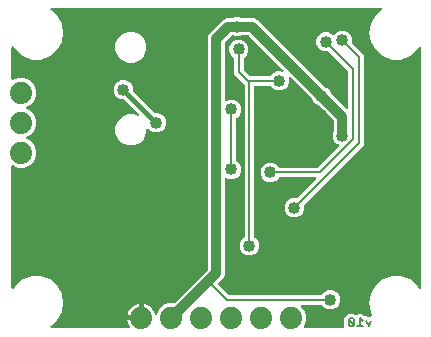
<source format=gbr>
G04 EAGLE Gerber RS-274X export*
G75*
%MOMM*%
%FSLAX34Y34*%
%LPD*%
%INBottom Copper*%
%IPPOS*%
%AMOC8*
5,1,8,0,0,1.08239X$1,22.5*%
G01*
%ADD10C,0.152400*%
%ADD11C,1.879600*%
%ADD12C,1.016000*%
%ADD13C,0.203200*%
%ADD14C,0.406400*%
%ADD15C,0.812800*%

G36*
X103731Y4332D02*
X103731Y4332D01*
X103823Y4335D01*
X103871Y4351D01*
X103921Y4359D01*
X104005Y4396D01*
X104093Y4425D01*
X104134Y4454D01*
X104181Y4475D01*
X104251Y4534D01*
X104327Y4586D01*
X104359Y4626D01*
X104398Y4658D01*
X104449Y4735D01*
X104507Y4806D01*
X104527Y4853D01*
X104555Y4895D01*
X104583Y4983D01*
X104619Y5067D01*
X104626Y5118D01*
X104641Y5166D01*
X104643Y5258D01*
X104655Y5349D01*
X104647Y5400D01*
X104648Y5450D01*
X104625Y5539D01*
X104611Y5630D01*
X104591Y5670D01*
X104576Y5725D01*
X104496Y5862D01*
X104461Y5931D01*
X104089Y6443D01*
X103236Y8117D01*
X102655Y9904D01*
X102534Y10669D01*
X113284Y10669D01*
X113342Y10677D01*
X113400Y10675D01*
X113482Y10697D01*
X113565Y10709D01*
X113619Y10733D01*
X113675Y10747D01*
X113748Y10790D01*
X113825Y10825D01*
X113869Y10863D01*
X113920Y10893D01*
X113977Y10954D01*
X114042Y11009D01*
X114074Y11057D01*
X114114Y11100D01*
X114153Y11175D01*
X114199Y11245D01*
X114217Y11301D01*
X114244Y11353D01*
X114255Y11421D01*
X114285Y11516D01*
X114288Y11616D01*
X114299Y11684D01*
X114299Y12701D01*
X115316Y12701D01*
X115374Y12709D01*
X115432Y12708D01*
X115514Y12729D01*
X115597Y12741D01*
X115651Y12765D01*
X115707Y12779D01*
X115780Y12822D01*
X115857Y12857D01*
X115902Y12895D01*
X115952Y12925D01*
X116010Y12986D01*
X116074Y13041D01*
X116106Y13089D01*
X116146Y13132D01*
X116185Y13207D01*
X116231Y13277D01*
X116249Y13333D01*
X116276Y13385D01*
X116287Y13453D01*
X116317Y13548D01*
X116320Y13648D01*
X116331Y13716D01*
X116331Y24466D01*
X117096Y24345D01*
X118883Y23764D01*
X120557Y22911D01*
X122078Y21806D01*
X123406Y20478D01*
X124511Y18957D01*
X125364Y17283D01*
X125728Y16163D01*
X125743Y16133D01*
X125749Y16110D01*
X125763Y16086D01*
X125779Y16035D01*
X125820Y15974D01*
X125853Y15908D01*
X125899Y15857D01*
X125938Y15799D01*
X125994Y15752D01*
X126043Y15697D01*
X126102Y15661D01*
X126155Y15616D01*
X126222Y15586D01*
X126285Y15547D01*
X126352Y15529D01*
X126415Y15501D01*
X126488Y15491D01*
X126559Y15471D01*
X126628Y15471D01*
X126697Y15462D01*
X126769Y15472D01*
X126843Y15473D01*
X126910Y15493D01*
X126978Y15502D01*
X127045Y15533D01*
X127116Y15554D01*
X127174Y15591D01*
X127237Y15620D01*
X127293Y15667D01*
X127355Y15707D01*
X127401Y15759D01*
X127453Y15804D01*
X127486Y15857D01*
X127543Y15921D01*
X127586Y16013D01*
X127619Y16063D01*
X127623Y16075D01*
X127631Y16089D01*
X129148Y19751D01*
X132649Y23252D01*
X137224Y25147D01*
X141667Y25147D01*
X141754Y25159D01*
X141841Y25162D01*
X141894Y25179D01*
X141949Y25187D01*
X142029Y25222D01*
X142112Y25249D01*
X142151Y25277D01*
X142208Y25303D01*
X142321Y25399D01*
X142385Y25444D01*
X170390Y53449D01*
X170442Y53519D01*
X170502Y53583D01*
X170528Y53632D01*
X170561Y53676D01*
X170592Y53758D01*
X170632Y53836D01*
X170640Y53883D01*
X170662Y53942D01*
X170674Y54089D01*
X170687Y54167D01*
X170687Y250335D01*
X171770Y252949D01*
X173914Y255093D01*
X181787Y262966D01*
X183931Y265110D01*
X186545Y266193D01*
X191308Y266193D01*
X191339Y266197D01*
X191370Y266195D01*
X191446Y266212D01*
X191590Y266233D01*
X191649Y266259D01*
X191697Y266270D01*
X193963Y267209D01*
X197197Y267209D01*
X199463Y266270D01*
X199493Y266262D01*
X199521Y266248D01*
X199598Y266235D01*
X199738Y266199D01*
X199803Y266201D01*
X199852Y266193D01*
X209695Y266193D01*
X212309Y265110D01*
X214453Y262966D01*
X268709Y208710D01*
X268734Y208691D01*
X268754Y208668D01*
X268820Y208626D01*
X268936Y208539D01*
X268996Y208516D01*
X269038Y208490D01*
X271305Y207551D01*
X273591Y205265D01*
X274530Y202998D01*
X274546Y202972D01*
X274555Y202942D01*
X274601Y202878D01*
X274674Y202753D01*
X274721Y202709D01*
X274750Y202669D01*
X287572Y189847D01*
X287596Y189829D01*
X287615Y189807D01*
X287709Y189744D01*
X287799Y189676D01*
X287827Y189665D01*
X287851Y189649D01*
X287959Y189615D01*
X288065Y189575D01*
X288094Y189572D01*
X288122Y189563D01*
X288236Y189560D01*
X288348Y189551D01*
X288377Y189557D01*
X288406Y189556D01*
X288516Y189585D01*
X288627Y189607D01*
X288653Y189621D01*
X288681Y189628D01*
X288779Y189686D01*
X288879Y189738D01*
X288901Y189758D01*
X288926Y189773D01*
X289003Y189856D01*
X289085Y189934D01*
X289100Y189959D01*
X289120Y189980D01*
X289172Y190081D01*
X289229Y190179D01*
X289236Y190207D01*
X289250Y190234D01*
X289263Y190311D01*
X289299Y190455D01*
X289297Y190517D01*
X289305Y190565D01*
X289305Y221416D01*
X289293Y221502D01*
X289290Y221590D01*
X289273Y221642D01*
X289265Y221697D01*
X289230Y221777D01*
X289203Y221860D01*
X289175Y221900D01*
X289149Y221957D01*
X289053Y222070D01*
X289008Y222134D01*
X273146Y237995D01*
X273145Y237996D01*
X273144Y237997D01*
X273026Y238086D01*
X272919Y238166D01*
X272918Y238167D01*
X272916Y238168D01*
X272783Y238218D01*
X272654Y238267D01*
X272652Y238267D01*
X272650Y238268D01*
X272512Y238279D01*
X272370Y238291D01*
X272369Y238291D01*
X272367Y238291D01*
X272352Y238287D01*
X272173Y238251D01*
X268893Y238251D01*
X265905Y239489D01*
X263619Y241775D01*
X262381Y244763D01*
X262381Y247997D01*
X263619Y250985D01*
X265905Y253271D01*
X268893Y254509D01*
X272127Y254509D01*
X275115Y253271D01*
X276142Y252244D01*
X276189Y252209D01*
X276229Y252166D01*
X276302Y252123D01*
X276369Y252073D01*
X276424Y252052D01*
X276474Y252022D01*
X276556Y252002D01*
X276635Y251972D01*
X276693Y251967D01*
X276750Y251952D01*
X276834Y251955D01*
X276918Y251948D01*
X276976Y251959D01*
X277034Y251961D01*
X277114Y251987D01*
X277197Y252004D01*
X277249Y252031D01*
X277305Y252049D01*
X277361Y252089D01*
X277449Y252135D01*
X277522Y252204D01*
X277578Y252244D01*
X279875Y254541D01*
X282863Y255779D01*
X286097Y255779D01*
X289085Y254541D01*
X291371Y252255D01*
X292609Y249267D01*
X292609Y245980D01*
X292574Y245845D01*
X292574Y245843D01*
X292573Y245842D01*
X292578Y245698D01*
X292582Y245561D01*
X292582Y245559D01*
X292582Y245557D01*
X292626Y245423D01*
X292669Y245290D01*
X292669Y245288D01*
X292670Y245287D01*
X292679Y245275D01*
X292827Y245054D01*
X292850Y245034D01*
X292865Y245014D01*
X302515Y235364D01*
X302515Y158971D01*
X252225Y108681D01*
X252224Y108680D01*
X252223Y108679D01*
X252134Y108561D01*
X252054Y108454D01*
X252053Y108453D01*
X252052Y108451D01*
X252000Y108313D01*
X251953Y108189D01*
X251953Y108187D01*
X251952Y108185D01*
X251941Y108047D01*
X251929Y107905D01*
X251929Y107904D01*
X251929Y107902D01*
X251933Y107887D01*
X251969Y107708D01*
X251969Y104428D01*
X250731Y101440D01*
X248445Y99154D01*
X245457Y97916D01*
X242223Y97916D01*
X239235Y99154D01*
X236949Y101440D01*
X235711Y104428D01*
X235711Y107662D01*
X236949Y110650D01*
X239235Y112936D01*
X242223Y114174D01*
X245510Y114174D01*
X245645Y114139D01*
X245647Y114139D01*
X245648Y114138D01*
X245789Y114143D01*
X245929Y114147D01*
X245931Y114147D01*
X245933Y114147D01*
X246067Y114191D01*
X246200Y114234D01*
X246202Y114234D01*
X246203Y114235D01*
X246216Y114244D01*
X246436Y114392D01*
X246456Y114415D01*
X246476Y114430D01*
X262139Y130092D01*
X262156Y130116D01*
X262179Y130135D01*
X262242Y130229D01*
X262310Y130319D01*
X262320Y130347D01*
X262336Y130371D01*
X262371Y130479D01*
X262411Y130585D01*
X262413Y130614D01*
X262422Y130642D01*
X262425Y130756D01*
X262434Y130868D01*
X262429Y130897D01*
X262429Y130926D01*
X262401Y131036D01*
X262379Y131147D01*
X262365Y131173D01*
X262358Y131201D01*
X262300Y131299D01*
X262248Y131399D01*
X262227Y131421D01*
X262212Y131446D01*
X262130Y131523D01*
X262052Y131605D01*
X262026Y131620D01*
X262005Y131640D01*
X261904Y131692D01*
X261806Y131749D01*
X261778Y131756D01*
X261752Y131770D01*
X261675Y131783D01*
X261531Y131819D01*
X261468Y131817D01*
X261421Y131825D01*
X231313Y131825D01*
X231312Y131825D01*
X231310Y131825D01*
X231171Y131805D01*
X231032Y131785D01*
X231030Y131785D01*
X231029Y131785D01*
X230902Y131727D01*
X230772Y131669D01*
X230771Y131668D01*
X230770Y131667D01*
X230661Y131575D01*
X230555Y131486D01*
X230554Y131484D01*
X230553Y131483D01*
X230545Y131470D01*
X230443Y131318D01*
X228125Y128999D01*
X225137Y127761D01*
X221903Y127761D01*
X218915Y128999D01*
X216629Y131285D01*
X215391Y134273D01*
X215391Y137507D01*
X216629Y140495D01*
X218915Y142781D01*
X221903Y144019D01*
X225137Y144019D01*
X228125Y142781D01*
X230448Y140457D01*
X230520Y140337D01*
X230521Y140336D01*
X230522Y140334D01*
X230624Y140239D01*
X230726Y140142D01*
X230728Y140141D01*
X230729Y140140D01*
X230854Y140076D01*
X230979Y140011D01*
X230981Y140011D01*
X230982Y140010D01*
X230997Y140008D01*
X231258Y139956D01*
X231289Y139959D01*
X231313Y139955D01*
X263326Y139955D01*
X263412Y139967D01*
X263500Y139970D01*
X263553Y139987D01*
X263607Y139995D01*
X263687Y140030D01*
X263770Y140057D01*
X263810Y140085D01*
X263867Y140111D01*
X263980Y140207D01*
X264044Y140252D01*
X281651Y157859D01*
X281720Y157951D01*
X281794Y158039D01*
X281805Y158064D01*
X281822Y158086D01*
X281862Y158194D01*
X281909Y158299D01*
X281913Y158326D01*
X281923Y158352D01*
X281932Y158466D01*
X281948Y158580D01*
X281944Y158608D01*
X281946Y158635D01*
X281924Y158748D01*
X281907Y158861D01*
X281896Y158887D01*
X281890Y158914D01*
X281838Y159016D01*
X281790Y159121D01*
X281772Y159142D01*
X281759Y159166D01*
X281680Y159250D01*
X281606Y159337D01*
X281585Y159350D01*
X281564Y159372D01*
X281334Y159507D01*
X281321Y159515D01*
X279875Y160114D01*
X277589Y162400D01*
X276351Y165388D01*
X276351Y168622D01*
X277290Y170888D01*
X277298Y170918D01*
X277312Y170946D01*
X277325Y171023D01*
X277361Y171163D01*
X277359Y171228D01*
X277367Y171277D01*
X277367Y179513D01*
X277355Y179600D01*
X277352Y179687D01*
X277335Y179740D01*
X277327Y179795D01*
X277292Y179875D01*
X277265Y179958D01*
X277237Y179997D01*
X277211Y180054D01*
X277115Y180167D01*
X277070Y180231D01*
X264691Y192610D01*
X264666Y192629D01*
X264646Y192652D01*
X264580Y192694D01*
X264464Y192781D01*
X264404Y192804D01*
X264362Y192830D01*
X262095Y193769D01*
X259809Y196055D01*
X258870Y198322D01*
X258854Y198348D01*
X258845Y198378D01*
X258799Y198442D01*
X258726Y198567D01*
X258679Y198611D01*
X258650Y198651D01*
X240717Y216584D01*
X240649Y216635D01*
X240586Y216694D01*
X240536Y216721D01*
X240490Y216755D01*
X240410Y216785D01*
X240333Y216825D01*
X240278Y216836D01*
X240224Y216856D01*
X240139Y216863D01*
X240054Y216880D01*
X239998Y216875D01*
X239941Y216880D01*
X239857Y216863D01*
X239771Y216855D01*
X239718Y216835D01*
X239662Y216824D01*
X239586Y216784D01*
X239506Y216753D01*
X239460Y216719D01*
X239410Y216693D01*
X239348Y216634D01*
X239279Y216582D01*
X239245Y216536D01*
X239204Y216497D01*
X239160Y216423D01*
X239109Y216354D01*
X239089Y216301D01*
X239060Y216252D01*
X239039Y216168D01*
X239009Y216088D01*
X239004Y216031D01*
X238990Y215976D01*
X238993Y215890D01*
X238986Y215805D01*
X238997Y215756D01*
X238999Y215692D01*
X239044Y215554D01*
X239061Y215477D01*
X239269Y214977D01*
X239269Y211743D01*
X238031Y208755D01*
X235745Y206469D01*
X232757Y205231D01*
X229523Y205231D01*
X226535Y206469D01*
X224212Y208793D01*
X224140Y208913D01*
X224139Y208914D01*
X224138Y208916D01*
X224036Y209011D01*
X223934Y209108D01*
X223932Y209109D01*
X223931Y209110D01*
X223806Y209174D01*
X223681Y209239D01*
X223679Y209239D01*
X223678Y209240D01*
X223663Y209242D01*
X223402Y209294D01*
X223371Y209291D01*
X223347Y209295D01*
X210820Y209295D01*
X210762Y209287D01*
X210704Y209289D01*
X210622Y209267D01*
X210538Y209255D01*
X210485Y209232D01*
X210429Y209217D01*
X210356Y209174D01*
X210279Y209139D01*
X210234Y209101D01*
X210184Y209072D01*
X210126Y209010D01*
X210062Y208956D01*
X210030Y208907D01*
X209990Y208864D01*
X209951Y208789D01*
X209904Y208719D01*
X209887Y208663D01*
X209860Y208611D01*
X209849Y208543D01*
X209819Y208448D01*
X209816Y208348D01*
X209805Y208280D01*
X209805Y81453D01*
X209805Y81452D01*
X209805Y81450D01*
X209812Y81397D01*
X209811Y81361D01*
X209825Y81309D01*
X209845Y81172D01*
X209845Y81170D01*
X209845Y81169D01*
X209904Y81039D01*
X209961Y80912D01*
X209962Y80911D01*
X209963Y80910D01*
X210055Y80801D01*
X210144Y80695D01*
X210146Y80694D01*
X210147Y80693D01*
X210160Y80685D01*
X210312Y80583D01*
X212631Y78265D01*
X213869Y75277D01*
X213869Y72043D01*
X212631Y69055D01*
X210345Y66769D01*
X207357Y65531D01*
X204123Y65531D01*
X201135Y66769D01*
X198849Y69055D01*
X197611Y72043D01*
X197611Y75277D01*
X198849Y78265D01*
X201173Y80588D01*
X201293Y80660D01*
X201294Y80661D01*
X201296Y80662D01*
X201391Y80764D01*
X201488Y80866D01*
X201489Y80868D01*
X201490Y80869D01*
X201554Y80994D01*
X201619Y81119D01*
X201619Y81121D01*
X201620Y81122D01*
X201622Y81137D01*
X201648Y81269D01*
X201661Y81310D01*
X201662Y81339D01*
X201674Y81398D01*
X201671Y81429D01*
X201675Y81453D01*
X201675Y209986D01*
X201663Y210072D01*
X201660Y210160D01*
X201643Y210212D01*
X201635Y210267D01*
X201600Y210347D01*
X201573Y210430D01*
X201545Y210470D01*
X201519Y210527D01*
X201423Y210640D01*
X201378Y210704D01*
X192785Y219296D01*
X192785Y232237D01*
X192785Y232238D01*
X192785Y232240D01*
X192765Y232379D01*
X192745Y232518D01*
X192745Y232520D01*
X192745Y232521D01*
X192688Y232647D01*
X192629Y232778D01*
X192628Y232779D01*
X192627Y232780D01*
X192535Y232889D01*
X192446Y232995D01*
X192444Y232996D01*
X192443Y232997D01*
X192430Y233005D01*
X192278Y233107D01*
X189959Y235425D01*
X188721Y238413D01*
X188721Y241647D01*
X189959Y244635D01*
X192245Y246921D01*
X195233Y248159D01*
X198467Y248159D01*
X201455Y246921D01*
X203741Y244635D01*
X204979Y241647D01*
X204979Y238413D01*
X203741Y235425D01*
X201417Y233102D01*
X201297Y233030D01*
X201296Y233029D01*
X201294Y233028D01*
X201197Y232925D01*
X201102Y232824D01*
X201101Y232822D01*
X201100Y232821D01*
X201035Y232694D01*
X200971Y232571D01*
X200971Y232569D01*
X200970Y232568D01*
X200968Y232553D01*
X200916Y232292D01*
X200919Y232261D01*
X200915Y232237D01*
X200915Y223084D01*
X200927Y222998D01*
X200930Y222910D01*
X200947Y222858D01*
X200955Y222803D01*
X200990Y222723D01*
X201017Y222640D01*
X201045Y222600D01*
X201071Y222543D01*
X201167Y222430D01*
X201212Y222366D01*
X205856Y217722D01*
X205926Y217670D01*
X205990Y217610D01*
X206039Y217584D01*
X206084Y217551D01*
X206165Y217520D01*
X206243Y217480D01*
X206291Y217472D01*
X206349Y217450D01*
X206497Y217438D01*
X206574Y217425D01*
X223347Y217425D01*
X223348Y217425D01*
X223350Y217425D01*
X223489Y217445D01*
X223628Y217465D01*
X223630Y217465D01*
X223631Y217465D01*
X223758Y217523D01*
X223888Y217581D01*
X223889Y217582D01*
X223890Y217583D01*
X223999Y217675D01*
X224105Y217764D01*
X224106Y217766D01*
X224107Y217767D01*
X224115Y217780D01*
X224217Y217932D01*
X226535Y220251D01*
X229523Y221489D01*
X232757Y221489D01*
X233257Y221281D01*
X233341Y221260D01*
X233421Y221229D01*
X233478Y221225D01*
X233533Y221210D01*
X233619Y221213D01*
X233704Y221206D01*
X233760Y221217D01*
X233817Y221219D01*
X233899Y221245D01*
X233983Y221262D01*
X234033Y221288D01*
X234088Y221305D01*
X234159Y221353D01*
X234235Y221393D01*
X234276Y221432D01*
X234324Y221464D01*
X234379Y221529D01*
X234441Y221588D01*
X234470Y221638D01*
X234507Y221681D01*
X234542Y221760D01*
X234585Y221834D01*
X234599Y221889D01*
X234622Y221941D01*
X234634Y222026D01*
X234655Y222109D01*
X234653Y222166D01*
X234661Y222222D01*
X234649Y222308D01*
X234646Y222393D01*
X234629Y222447D01*
X234621Y222504D01*
X234585Y222582D01*
X234559Y222664D01*
X234530Y222704D01*
X234503Y222763D01*
X234409Y222873D01*
X234364Y222937D01*
X205631Y251670D01*
X205561Y251722D01*
X205497Y251782D01*
X205448Y251808D01*
X205404Y251841D01*
X205322Y251872D01*
X205244Y251912D01*
X205197Y251920D01*
X205138Y251942D01*
X204991Y251954D01*
X204913Y251967D01*
X199852Y251967D01*
X199821Y251963D01*
X199790Y251965D01*
X199714Y251948D01*
X199570Y251927D01*
X199511Y251901D01*
X199463Y251890D01*
X197197Y250951D01*
X193963Y250951D01*
X191710Y251885D01*
X191708Y251885D01*
X191707Y251886D01*
X191573Y251920D01*
X191435Y251956D01*
X191433Y251956D01*
X191431Y251956D01*
X191291Y251951D01*
X191150Y251947D01*
X191149Y251947D01*
X191147Y251947D01*
X191014Y251904D01*
X190880Y251861D01*
X190878Y251860D01*
X190877Y251859D01*
X190865Y251851D01*
X190643Y251702D01*
X190624Y251679D01*
X190603Y251665D01*
X185210Y246271D01*
X185158Y246201D01*
X185098Y246137D01*
X185072Y246088D01*
X185039Y246044D01*
X185008Y245962D01*
X184968Y245884D01*
X184960Y245837D01*
X184938Y245778D01*
X184926Y245631D01*
X184913Y245553D01*
X184913Y197234D01*
X184929Y197120D01*
X184939Y197005D01*
X184949Y196980D01*
X184953Y196952D01*
X185000Y196847D01*
X185041Y196740D01*
X185057Y196718D01*
X185069Y196693D01*
X185143Y196605D01*
X185212Y196513D01*
X185235Y196497D01*
X185252Y196476D01*
X185348Y196412D01*
X185440Y196343D01*
X185466Y196333D01*
X185489Y196318D01*
X185599Y196283D01*
X185706Y196243D01*
X185734Y196241D01*
X185760Y196232D01*
X185875Y196229D01*
X185989Y196220D01*
X186014Y196226D01*
X186044Y196225D01*
X186301Y196292D01*
X186317Y196296D01*
X188883Y197359D01*
X192117Y197359D01*
X195105Y196121D01*
X197391Y193835D01*
X198629Y190847D01*
X198629Y187613D01*
X197391Y184625D01*
X195067Y182302D01*
X194947Y182230D01*
X194946Y182229D01*
X194944Y182228D01*
X194849Y182126D01*
X194752Y182024D01*
X194751Y182022D01*
X194750Y182021D01*
X194686Y181896D01*
X194621Y181771D01*
X194621Y181769D01*
X194620Y181768D01*
X194618Y181753D01*
X194566Y181492D01*
X194569Y181461D01*
X194565Y181437D01*
X194565Y146223D01*
X194565Y146222D01*
X194565Y146220D01*
X194585Y146081D01*
X194605Y145942D01*
X194605Y145940D01*
X194605Y145939D01*
X194663Y145812D01*
X194721Y145682D01*
X194722Y145681D01*
X194723Y145680D01*
X194816Y145570D01*
X194904Y145465D01*
X194906Y145464D01*
X194907Y145463D01*
X194920Y145455D01*
X195072Y145353D01*
X197391Y143035D01*
X198629Y140047D01*
X198629Y136813D01*
X197391Y133825D01*
X195105Y131539D01*
X192117Y130301D01*
X188883Y130301D01*
X186317Y131364D01*
X186205Y131393D01*
X186096Y131428D01*
X186068Y131428D01*
X186041Y131435D01*
X185927Y131432D01*
X185812Y131435D01*
X185785Y131428D01*
X185757Y131427D01*
X185648Y131392D01*
X185537Y131363D01*
X185513Y131349D01*
X185486Y131341D01*
X185391Y131277D01*
X185292Y131218D01*
X185273Y131198D01*
X185250Y131182D01*
X185176Y131094D01*
X185098Y131011D01*
X185085Y130986D01*
X185067Y130965D01*
X185021Y130860D01*
X184968Y130757D01*
X184964Y130733D01*
X184952Y130705D01*
X184915Y130441D01*
X184913Y130426D01*
X184913Y49385D01*
X183830Y46771D01*
X179437Y42378D01*
X179401Y42331D01*
X179359Y42291D01*
X179316Y42218D01*
X179266Y42150D01*
X179245Y42096D01*
X179215Y42045D01*
X179194Y41964D01*
X179164Y41885D01*
X179160Y41826D01*
X179145Y41770D01*
X179148Y41686D01*
X179141Y41601D01*
X179152Y41544D01*
X179154Y41486D01*
X179180Y41405D01*
X179197Y41323D01*
X179224Y41271D01*
X179242Y41215D01*
X179282Y41159D01*
X179328Y41070D01*
X179396Y40998D01*
X179437Y40942D01*
X188076Y32302D01*
X188146Y32250D01*
X188210Y32190D01*
X188259Y32164D01*
X188304Y32131D01*
X188385Y32100D01*
X188463Y32060D01*
X188511Y32052D01*
X188569Y32030D01*
X188717Y32018D01*
X188794Y32005D01*
X266527Y32005D01*
X266528Y32005D01*
X266530Y32005D01*
X266669Y32025D01*
X266808Y32045D01*
X266810Y32045D01*
X266811Y32045D01*
X266938Y32103D01*
X267068Y32161D01*
X267069Y32162D01*
X267070Y32163D01*
X267179Y32255D01*
X267285Y32344D01*
X267286Y32346D01*
X267287Y32347D01*
X267295Y32360D01*
X267397Y32512D01*
X269715Y34831D01*
X272703Y36069D01*
X275937Y36069D01*
X278925Y34831D01*
X281211Y32545D01*
X282449Y29557D01*
X282449Y26323D01*
X281211Y23335D01*
X278925Y21049D01*
X275937Y19811D01*
X272703Y19811D01*
X269715Y21049D01*
X267392Y23373D01*
X267320Y23493D01*
X267319Y23494D01*
X267318Y23496D01*
X267218Y23590D01*
X267114Y23688D01*
X267112Y23689D01*
X267111Y23690D01*
X266986Y23754D01*
X266861Y23819D01*
X266859Y23819D01*
X266858Y23820D01*
X266843Y23822D01*
X266582Y23874D01*
X266551Y23871D01*
X266527Y23875D01*
X250178Y23875D01*
X250149Y23871D01*
X250120Y23874D01*
X250009Y23851D01*
X249897Y23835D01*
X249870Y23823D01*
X249841Y23818D01*
X249740Y23765D01*
X249637Y23719D01*
X249615Y23700D01*
X249589Y23687D01*
X249507Y23609D01*
X249420Y23536D01*
X249404Y23511D01*
X249383Y23491D01*
X249325Y23393D01*
X249263Y23299D01*
X249254Y23271D01*
X249239Y23246D01*
X249211Y23136D01*
X249177Y23028D01*
X249176Y22998D01*
X249169Y22970D01*
X249172Y22857D01*
X249170Y22744D01*
X249177Y22715D01*
X249178Y22686D01*
X249213Y22578D01*
X249241Y22469D01*
X249256Y22443D01*
X249265Y22415D01*
X249311Y22352D01*
X249387Y22224D01*
X249432Y22181D01*
X249460Y22142D01*
X251852Y19751D01*
X253747Y15176D01*
X253747Y10224D01*
X251882Y5723D01*
X251853Y5611D01*
X251819Y5502D01*
X251818Y5474D01*
X251811Y5447D01*
X251814Y5333D01*
X251811Y5218D01*
X251818Y5191D01*
X251819Y5163D01*
X251854Y5054D01*
X251883Y4943D01*
X251897Y4919D01*
X251906Y4892D01*
X251970Y4797D01*
X252029Y4698D01*
X252049Y4679D01*
X252064Y4656D01*
X252152Y4582D01*
X252236Y4504D01*
X252261Y4491D01*
X252282Y4473D01*
X252387Y4427D01*
X252489Y4374D01*
X252514Y4370D01*
X252542Y4358D01*
X252805Y4321D01*
X252820Y4319D01*
X284917Y4319D01*
X284975Y4327D01*
X285034Y4325D01*
X285115Y4347D01*
X285199Y4359D01*
X285252Y4382D01*
X285309Y4397D01*
X285381Y4440D01*
X285458Y4475D01*
X285503Y4513D01*
X285553Y4542D01*
X285611Y4604D01*
X285675Y4658D01*
X285708Y4707D01*
X285748Y4750D01*
X285786Y4825D01*
X285833Y4895D01*
X285850Y4951D01*
X285877Y5003D01*
X285888Y5071D01*
X285919Y5166D01*
X285921Y5266D01*
X285933Y5334D01*
X285933Y12675D01*
X288462Y15204D01*
X289266Y16008D01*
X294627Y16008D01*
X295521Y15113D01*
X295568Y15078D01*
X295608Y15036D01*
X295681Y14993D01*
X295749Y14943D01*
X295803Y14922D01*
X295854Y14892D01*
X295935Y14871D01*
X296014Y14841D01*
X296073Y14836D01*
X296129Y14822D01*
X296214Y14825D01*
X296298Y14818D01*
X296355Y14829D01*
X296413Y14831D01*
X296494Y14857D01*
X296576Y14874D01*
X296628Y14901D01*
X296684Y14919D01*
X296740Y14959D01*
X296829Y15005D01*
X296901Y15073D01*
X296957Y15113D01*
X297194Y15350D01*
X297852Y16008D01*
X301009Y16008D01*
X302895Y14123D01*
X302925Y14100D01*
X302950Y14072D01*
X303038Y14015D01*
X303122Y13952D01*
X303157Y13938D01*
X303189Y13918D01*
X303289Y13888D01*
X303388Y13851D01*
X303425Y13847D01*
X303462Y13837D01*
X303567Y13836D01*
X303671Y13827D01*
X303708Y13834D01*
X303746Y13834D01*
X303821Y13857D01*
X303950Y13883D01*
X304014Y13916D01*
X304067Y13932D01*
X304419Y14109D01*
X306594Y13384D01*
X306609Y13381D01*
X306623Y13375D01*
X306749Y13355D01*
X306873Y13333D01*
X306889Y13334D01*
X306904Y13332D01*
X306972Y13342D01*
X307156Y13361D01*
X307199Y13378D01*
X307236Y13384D01*
X309240Y14052D01*
X309257Y14060D01*
X309275Y14064D01*
X309384Y14123D01*
X309495Y14179D01*
X309508Y14191D01*
X309524Y14200D01*
X309613Y14287D01*
X309704Y14371D01*
X309714Y14387D01*
X309727Y14400D01*
X309788Y14508D01*
X309852Y14614D01*
X309857Y14632D01*
X309866Y14648D01*
X309894Y14769D01*
X309927Y14888D01*
X309926Y14907D01*
X309931Y14924D01*
X309924Y15049D01*
X309922Y15173D01*
X309917Y15190D01*
X309916Y15208D01*
X309891Y15276D01*
X309839Y15445D01*
X309812Y15486D01*
X309799Y15523D01*
X308629Y17549D01*
X307245Y25400D01*
X308629Y33251D01*
X312615Y40155D01*
X318722Y45280D01*
X326214Y48007D01*
X334186Y48007D01*
X341678Y45280D01*
X347785Y40156D01*
X349387Y37381D01*
X349399Y37365D01*
X349407Y37348D01*
X349486Y37254D01*
X349562Y37157D01*
X349578Y37146D01*
X349591Y37131D01*
X349693Y37062D01*
X349792Y36991D01*
X349811Y36984D01*
X349827Y36973D01*
X349945Y36936D01*
X350060Y36894D01*
X350080Y36893D01*
X350098Y36887D01*
X350221Y36884D01*
X350344Y36876D01*
X350363Y36880D01*
X350382Y36880D01*
X350501Y36911D01*
X350621Y36937D01*
X350639Y36947D01*
X350657Y36952D01*
X350763Y37014D01*
X350871Y37073D01*
X350885Y37087D01*
X350902Y37097D01*
X350986Y37187D01*
X351073Y37273D01*
X351083Y37290D01*
X351096Y37304D01*
X351152Y37414D01*
X351212Y37521D01*
X351217Y37540D01*
X351226Y37557D01*
X351238Y37630D01*
X351277Y37798D01*
X351275Y37849D01*
X351281Y37889D01*
X351281Y241511D01*
X351279Y241531D01*
X351281Y241550D01*
X351259Y241671D01*
X351241Y241793D01*
X351233Y241811D01*
X351230Y241830D01*
X351175Y241940D01*
X351125Y242052D01*
X351113Y242067D01*
X351104Y242085D01*
X351021Y242176D01*
X350942Y242269D01*
X350925Y242280D01*
X350912Y242295D01*
X350807Y242359D01*
X350705Y242427D01*
X350686Y242433D01*
X350670Y242443D01*
X350551Y242476D01*
X350434Y242513D01*
X350414Y242513D01*
X350395Y242518D01*
X350273Y242517D01*
X350150Y242520D01*
X350131Y242515D01*
X350111Y242515D01*
X349993Y242479D01*
X349875Y242448D01*
X349858Y242438D01*
X349839Y242433D01*
X349736Y242366D01*
X349630Y242303D01*
X349617Y242289D01*
X349600Y242278D01*
X349554Y242221D01*
X349436Y242096D01*
X349412Y242050D01*
X349387Y242019D01*
X347785Y239244D01*
X341678Y234120D01*
X334186Y231393D01*
X326214Y231393D01*
X318722Y234120D01*
X312615Y239244D01*
X308629Y246149D01*
X307245Y254000D01*
X308629Y261851D01*
X312615Y268755D01*
X318017Y273288D01*
X318066Y273343D01*
X318122Y273391D01*
X318161Y273448D01*
X318207Y273500D01*
X318239Y273566D01*
X318280Y273627D01*
X318301Y273693D01*
X318331Y273756D01*
X318344Y273828D01*
X318366Y273898D01*
X318368Y273967D01*
X318379Y274036D01*
X318371Y274109D01*
X318373Y274182D01*
X318356Y274249D01*
X318348Y274318D01*
X318320Y274386D01*
X318301Y274457D01*
X318266Y274517D01*
X318239Y274581D01*
X318194Y274639D01*
X318156Y274702D01*
X318105Y274749D01*
X318062Y274803D01*
X318002Y274846D01*
X317949Y274896D01*
X317887Y274928D01*
X317831Y274968D01*
X317761Y274992D01*
X317696Y275026D01*
X317637Y275036D01*
X317562Y275062D01*
X317440Y275069D01*
X317365Y275081D01*
X38235Y275081D01*
X38163Y275071D01*
X38089Y275071D01*
X38023Y275051D01*
X37954Y275041D01*
X37887Y275011D01*
X37816Y274991D01*
X37758Y274954D01*
X37695Y274925D01*
X37638Y274878D01*
X37576Y274838D01*
X37530Y274786D01*
X37478Y274742D01*
X37437Y274680D01*
X37388Y274625D01*
X37358Y274563D01*
X37320Y274505D01*
X37298Y274435D01*
X37266Y274368D01*
X37255Y274300D01*
X37234Y274234D01*
X37232Y274160D01*
X37220Y274088D01*
X37229Y274019D01*
X37227Y273950D01*
X37245Y273879D01*
X37254Y273805D01*
X37281Y273742D01*
X37299Y273675D01*
X37336Y273611D01*
X37365Y273544D01*
X37403Y273499D01*
X37444Y273430D01*
X37533Y273346D01*
X37583Y273288D01*
X42985Y268756D01*
X46971Y261851D01*
X48355Y254000D01*
X46971Y246149D01*
X42985Y239245D01*
X36878Y234120D01*
X29386Y231393D01*
X21414Y231393D01*
X13922Y234120D01*
X7815Y239244D01*
X6213Y242019D01*
X6201Y242035D01*
X6193Y242052D01*
X6114Y242146D01*
X6038Y242243D01*
X6022Y242254D01*
X6009Y242269D01*
X5907Y242338D01*
X5808Y242409D01*
X5789Y242416D01*
X5773Y242427D01*
X5655Y242464D01*
X5540Y242506D01*
X5520Y242507D01*
X5502Y242513D01*
X5379Y242516D01*
X5256Y242524D01*
X5237Y242520D01*
X5218Y242520D01*
X5099Y242489D01*
X4979Y242463D01*
X4961Y242453D01*
X4943Y242448D01*
X4837Y242386D01*
X4729Y242327D01*
X4715Y242313D01*
X4698Y242303D01*
X4614Y242213D01*
X4527Y242127D01*
X4517Y242110D01*
X4504Y242096D01*
X4448Y241986D01*
X4388Y241879D01*
X4383Y241860D01*
X4374Y241843D01*
X4362Y241770D01*
X4323Y241602D01*
X4325Y241551D01*
X4319Y241511D01*
X4319Y214720D01*
X4335Y214606D01*
X4345Y214492D01*
X4355Y214466D01*
X4359Y214439D01*
X4406Y214334D01*
X4447Y214227D01*
X4463Y214204D01*
X4475Y214179D01*
X4549Y214092D01*
X4618Y214000D01*
X4641Y213983D01*
X4658Y213962D01*
X4754Y213898D01*
X4846Y213830D01*
X4872Y213820D01*
X4895Y213805D01*
X5005Y213770D01*
X5112Y213729D01*
X5140Y213727D01*
X5166Y213719D01*
X5281Y213716D01*
X5395Y213707D01*
X5420Y213712D01*
X5450Y213711D01*
X5707Y213779D01*
X5723Y213782D01*
X10224Y215647D01*
X15176Y215647D01*
X19751Y213752D01*
X23252Y210251D01*
X25147Y205676D01*
X25147Y200724D01*
X23252Y196149D01*
X19751Y192648D01*
X16829Y191438D01*
X16804Y191423D01*
X16776Y191414D01*
X16681Y191351D01*
X16584Y191293D01*
X16564Y191272D01*
X16539Y191256D01*
X16466Y191169D01*
X16389Y191087D01*
X16375Y191061D01*
X16356Y191038D01*
X16310Y190935D01*
X16259Y190834D01*
X16253Y190805D01*
X16241Y190778D01*
X16225Y190666D01*
X16204Y190555D01*
X16206Y190526D01*
X16202Y190497D01*
X16218Y190385D01*
X16228Y190272D01*
X16239Y190245D01*
X16243Y190215D01*
X16289Y190112D01*
X16330Y190007D01*
X16348Y189983D01*
X16360Y189956D01*
X16433Y189870D01*
X16502Y189780D01*
X16525Y189762D01*
X16544Y189740D01*
X16611Y189698D01*
X16729Y189610D01*
X16788Y189588D01*
X16829Y189562D01*
X19751Y188352D01*
X23252Y184851D01*
X25147Y180276D01*
X25147Y175324D01*
X23252Y170749D01*
X19751Y167248D01*
X16829Y166038D01*
X16804Y166023D01*
X16776Y166014D01*
X16681Y165951D01*
X16584Y165893D01*
X16564Y165872D01*
X16539Y165856D01*
X16466Y165769D01*
X16389Y165687D01*
X16375Y165661D01*
X16356Y165638D01*
X16310Y165535D01*
X16259Y165434D01*
X16253Y165405D01*
X16241Y165378D01*
X16225Y165266D01*
X16204Y165155D01*
X16206Y165126D01*
X16202Y165097D01*
X16218Y164985D01*
X16228Y164872D01*
X16239Y164845D01*
X16243Y164815D01*
X16289Y164712D01*
X16330Y164607D01*
X16348Y164583D01*
X16360Y164556D01*
X16433Y164470D01*
X16502Y164380D01*
X16525Y164362D01*
X16544Y164340D01*
X16611Y164298D01*
X16729Y164210D01*
X16788Y164188D01*
X16829Y164162D01*
X19751Y162952D01*
X23252Y159451D01*
X25147Y154876D01*
X25147Y149924D01*
X23252Y145349D01*
X19751Y141848D01*
X15176Y139953D01*
X10224Y139953D01*
X5723Y141818D01*
X5611Y141847D01*
X5502Y141881D01*
X5474Y141882D01*
X5447Y141889D01*
X5333Y141886D01*
X5218Y141889D01*
X5191Y141882D01*
X5163Y141881D01*
X5054Y141846D01*
X4943Y141817D01*
X4919Y141803D01*
X4892Y141794D01*
X4797Y141730D01*
X4698Y141671D01*
X4679Y141651D01*
X4656Y141636D01*
X4582Y141548D01*
X4504Y141464D01*
X4491Y141439D01*
X4473Y141418D01*
X4427Y141313D01*
X4374Y141211D01*
X4370Y141186D01*
X4358Y141158D01*
X4321Y140895D01*
X4319Y140880D01*
X4319Y37889D01*
X4321Y37869D01*
X4319Y37850D01*
X4341Y37729D01*
X4359Y37607D01*
X4367Y37589D01*
X4370Y37570D01*
X4425Y37460D01*
X4475Y37348D01*
X4487Y37333D01*
X4496Y37315D01*
X4579Y37224D01*
X4658Y37131D01*
X4675Y37120D01*
X4688Y37105D01*
X4793Y37041D01*
X4895Y36973D01*
X4914Y36967D01*
X4930Y36957D01*
X5049Y36924D01*
X5166Y36887D01*
X5186Y36887D01*
X5205Y36882D01*
X5327Y36883D01*
X5450Y36880D01*
X5469Y36885D01*
X5489Y36885D01*
X5607Y36921D01*
X5725Y36952D01*
X5742Y36962D01*
X5761Y36967D01*
X5864Y37034D01*
X5970Y37097D01*
X5983Y37111D01*
X6000Y37122D01*
X6046Y37179D01*
X6164Y37304D01*
X6188Y37350D01*
X6213Y37381D01*
X7815Y40156D01*
X13922Y45280D01*
X21414Y48007D01*
X29386Y48007D01*
X36878Y45280D01*
X42985Y40156D01*
X46971Y33251D01*
X48355Y25400D01*
X46971Y17549D01*
X42985Y10645D01*
X37583Y6112D01*
X37534Y6057D01*
X37478Y6009D01*
X37439Y5952D01*
X37393Y5900D01*
X37361Y5834D01*
X37320Y5773D01*
X37299Y5707D01*
X37269Y5644D01*
X37256Y5572D01*
X37234Y5502D01*
X37232Y5433D01*
X37221Y5364D01*
X37229Y5291D01*
X37227Y5218D01*
X37244Y5151D01*
X37252Y5082D01*
X37280Y5014D01*
X37299Y4943D01*
X37334Y4883D01*
X37361Y4819D01*
X37406Y4761D01*
X37444Y4698D01*
X37495Y4651D01*
X37538Y4597D01*
X37598Y4554D01*
X37651Y4504D01*
X37713Y4472D01*
X37770Y4432D01*
X37839Y4408D01*
X37904Y4374D01*
X37963Y4364D01*
X38038Y4338D01*
X38160Y4331D01*
X38236Y4319D01*
X103640Y4319D01*
X103731Y4332D01*
G37*
%LPC*%
G36*
X102814Y158811D02*
X102814Y158811D01*
X98018Y160798D01*
X94348Y164468D01*
X92361Y169264D01*
X92361Y174456D01*
X94348Y179252D01*
X98018Y182922D01*
X102814Y184909D01*
X108006Y184909D01*
X111314Y183538D01*
X111398Y183517D01*
X111478Y183486D01*
X111535Y183481D01*
X111590Y183467D01*
X111675Y183470D01*
X111761Y183463D01*
X111817Y183474D01*
X111874Y183475D01*
X111956Y183502D01*
X112040Y183518D01*
X112090Y183545D01*
X112145Y183562D01*
X112216Y183610D01*
X112292Y183649D01*
X112333Y183689D01*
X112381Y183720D01*
X112436Y183786D01*
X112498Y183845D01*
X112527Y183894D01*
X112564Y183938D01*
X112599Y184016D01*
X112642Y184091D01*
X112656Y184146D01*
X112679Y184198D01*
X112691Y184283D01*
X112712Y184366D01*
X112710Y184423D01*
X112718Y184479D01*
X112706Y184564D01*
X112703Y184650D01*
X112686Y184704D01*
X112677Y184761D01*
X112642Y184839D01*
X112616Y184921D01*
X112587Y184961D01*
X112560Y185020D01*
X112466Y185130D01*
X112421Y185194D01*
X100301Y197314D01*
X100231Y197366D01*
X100167Y197426D01*
X100118Y197452D01*
X100074Y197485D01*
X99992Y197516D01*
X99914Y197556D01*
X99866Y197564D01*
X99808Y197586D01*
X99660Y197598D01*
X99583Y197611D01*
X97443Y197611D01*
X94455Y198849D01*
X92169Y201135D01*
X90931Y204123D01*
X90931Y207357D01*
X92169Y210345D01*
X94455Y212631D01*
X97443Y213869D01*
X100677Y213869D01*
X103665Y212631D01*
X105951Y210345D01*
X107189Y207357D01*
X107189Y205217D01*
X107201Y205130D01*
X107204Y205043D01*
X107221Y204990D01*
X107229Y204936D01*
X107264Y204856D01*
X107291Y204773D01*
X107319Y204733D01*
X107345Y204676D01*
X107441Y204563D01*
X107486Y204499D01*
X125759Y186226D01*
X125829Y186174D01*
X125893Y186114D01*
X125942Y186088D01*
X125986Y186055D01*
X126068Y186024D01*
X126146Y185984D01*
X126194Y185976D01*
X126252Y185954D01*
X126400Y185942D01*
X126477Y185929D01*
X128617Y185929D01*
X131605Y184691D01*
X133891Y182405D01*
X135129Y179417D01*
X135129Y176183D01*
X133891Y173195D01*
X131605Y170909D01*
X128617Y169671D01*
X125383Y169671D01*
X122395Y170909D01*
X120192Y173112D01*
X120168Y173130D01*
X120149Y173152D01*
X120055Y173215D01*
X119965Y173283D01*
X119937Y173294D01*
X119913Y173310D01*
X119805Y173344D01*
X119699Y173384D01*
X119670Y173387D01*
X119642Y173396D01*
X119528Y173399D01*
X119416Y173408D01*
X119387Y173402D01*
X119358Y173403D01*
X119248Y173374D01*
X119137Y173352D01*
X119111Y173339D01*
X119083Y173331D01*
X118985Y173273D01*
X118885Y173221D01*
X118863Y173201D01*
X118838Y173186D01*
X118761Y173103D01*
X118679Y173025D01*
X118664Y173000D01*
X118644Y172979D01*
X118592Y172878D01*
X118535Y172780D01*
X118528Y172752D01*
X118514Y172726D01*
X118501Y172648D01*
X118465Y172505D01*
X118467Y172442D01*
X118459Y172394D01*
X118459Y169264D01*
X116472Y164468D01*
X112802Y160798D01*
X108006Y158811D01*
X102814Y158811D01*
G37*
%LPD*%
%LPC*%
G36*
X102814Y228811D02*
X102814Y228811D01*
X98018Y230798D01*
X94348Y234468D01*
X92361Y239264D01*
X92361Y244456D01*
X94348Y249252D01*
X98018Y252922D01*
X102814Y254909D01*
X108006Y254909D01*
X112802Y252922D01*
X116472Y249252D01*
X118459Y244456D01*
X118459Y239264D01*
X116472Y234468D01*
X112802Y230798D01*
X108006Y228811D01*
X102814Y228811D01*
G37*
%LPD*%
%LPC*%
G36*
X102534Y14731D02*
X102534Y14731D01*
X102655Y15496D01*
X103236Y17283D01*
X104089Y18957D01*
X105194Y20478D01*
X106522Y21806D01*
X108043Y22911D01*
X109717Y23764D01*
X111504Y24345D01*
X112269Y24466D01*
X112269Y14731D01*
X102534Y14731D01*
G37*
%LPD*%
D10*
X309118Y9994D02*
X306915Y5588D01*
X304712Y9994D01*
X301634Y9994D02*
X299431Y12198D01*
X299431Y5588D01*
X301634Y5588D02*
X297227Y5588D01*
X294150Y6690D02*
X294150Y11096D01*
X293048Y12198D01*
X290845Y12198D01*
X289743Y11096D01*
X289743Y6690D01*
X290845Y5588D01*
X293048Y5588D01*
X294150Y6690D01*
X289743Y11096D01*
D11*
X114300Y12700D03*
X139700Y12700D03*
X165100Y12700D03*
X190500Y12700D03*
X215900Y12700D03*
X241300Y12700D03*
X12700Y152400D03*
X12700Y177800D03*
X12700Y203200D03*
D12*
X266700Y184150D03*
X243840Y161290D03*
X204470Y55880D03*
X193040Y105410D03*
X284480Y247650D03*
D13*
X298450Y233680D01*
D12*
X243840Y106045D03*
D13*
X298450Y160655D02*
X298450Y233680D01*
X298450Y160655D02*
X243840Y106045D01*
D12*
X127000Y177800D03*
D14*
X99060Y205740D01*
D12*
X99060Y205740D03*
X223520Y135890D03*
D13*
X293370Y223520D02*
X270510Y246380D01*
D12*
X270510Y246380D03*
D13*
X265430Y135890D02*
X223520Y135890D01*
X265430Y135890D02*
X293370Y163830D01*
X293370Y223520D01*
D12*
X231140Y213360D03*
D13*
X222250Y213360D01*
X205740Y213360D02*
X204470Y213360D01*
X205740Y213360D02*
X231140Y213360D01*
D12*
X196850Y240030D03*
D13*
X196850Y220980D01*
X204470Y213360D01*
D12*
X205740Y73660D03*
D13*
X205740Y213360D01*
D12*
X266700Y200660D03*
X284480Y167005D03*
D15*
X284480Y182880D02*
X266700Y200660D01*
X284480Y182880D02*
X284480Y167005D01*
X266700Y200660D02*
X208280Y259080D01*
X187960Y259080D02*
X177800Y248920D01*
X177800Y50800D01*
X170815Y43815D01*
X139700Y12700D01*
D12*
X274320Y27940D03*
D13*
X186690Y27940D01*
X170815Y43815D01*
D15*
X195580Y259080D02*
X208280Y259080D01*
X195580Y259080D02*
X187960Y259080D01*
D12*
X195580Y259080D03*
X190500Y138430D03*
D13*
X190500Y189230D01*
D12*
X190500Y189230D03*
M02*

</source>
